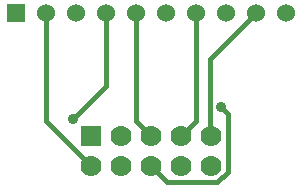
<source format=gbl>
G04 (created by PCBNEW (2013-jul-07)-stable) date Wed 24 Jun 2015 12:24:46 PM PDT*
%MOIN*%
G04 Gerber Fmt 3.4, Leading zero omitted, Abs format*
%FSLAX34Y34*%
G01*
G70*
G90*
G04 APERTURE LIST*
%ADD10C,0.00590551*%
%ADD11R,0.07X0.07*%
%ADD12C,0.07*%
%ADD13C,0.06*%
%ADD14R,0.06X0.06*%
%ADD15C,0.035*%
%ADD16C,0.015*%
G04 APERTURE END LIST*
G54D10*
G54D11*
X23000Y-24700D03*
G54D12*
X23000Y-25700D03*
X24000Y-24700D03*
X24000Y-25700D03*
X25000Y-24700D03*
X25000Y-25700D03*
X26000Y-24700D03*
X26000Y-25700D03*
X27000Y-24700D03*
X27000Y-25700D03*
G54D13*
X29500Y-20600D03*
X28500Y-20600D03*
X26500Y-20600D03*
X27500Y-20600D03*
X25500Y-20600D03*
X24500Y-20600D03*
G54D14*
X20500Y-20600D03*
G54D13*
X21500Y-20600D03*
X22500Y-20600D03*
X23500Y-20600D03*
G54D15*
X22379Y-24143D03*
X27317Y-23730D03*
G54D16*
X21500Y-24200D02*
X23000Y-25700D01*
X21500Y-20600D02*
X21500Y-24200D01*
X23500Y-23022D02*
X22379Y-24143D01*
X23500Y-20600D02*
X23500Y-23022D01*
X24500Y-24200D02*
X25000Y-24700D01*
X24500Y-20600D02*
X24500Y-24200D01*
X25540Y-26240D02*
X25000Y-25700D01*
X27205Y-26240D02*
X25540Y-26240D01*
X27546Y-25899D02*
X27205Y-26240D01*
X27546Y-23959D02*
X27546Y-25899D01*
X27317Y-23730D02*
X27546Y-23959D01*
X26967Y-24667D02*
X27000Y-24700D01*
X26967Y-22132D02*
X26967Y-24667D01*
X28500Y-20600D02*
X26967Y-22132D01*
X26500Y-24200D02*
X26000Y-24700D01*
X26500Y-20600D02*
X26500Y-24200D01*
M02*

</source>
